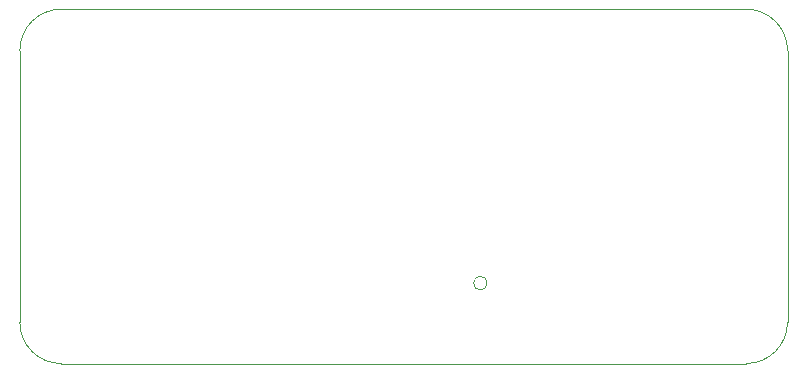
<source format=gbr>
G04 #@! TF.GenerationSoftware,KiCad,Pcbnew,(6.0.7)*
G04 #@! TF.CreationDate,2022-10-20T14:38:44-04:00*
G04 #@! TF.ProjectId,ECE477_PCB,45434534-3737-45f5-9043-422e6b696361,rev?*
G04 #@! TF.SameCoordinates,PX2daf690PY1aab7d8*
G04 #@! TF.FileFunction,Profile,NP*
%FSLAX46Y46*%
G04 Gerber Fmt 4.6, Leading zero omitted, Abs format (unit mm)*
G04 Created by KiCad (PCBNEW (6.0.7)) date 2022-10-20 14:38:44*
%MOMM*%
%LPD*%
G01*
G04 APERTURE LIST*
G04 #@! TA.AperFunction,Profile*
%ADD10C,0.100000*%
G04 #@! TD*
G04 APERTURE END LIST*
D10*
X39565000Y-23190200D02*
G75*
G03*
X39565000Y-23190200I-576000J0D01*
G01*
X0Y-3500000D02*
X0Y-26500000D01*
X3500000Y-30000000D02*
X61500000Y-30000000D01*
X61500000Y0D02*
X3500000Y0D01*
X3500000Y0D02*
G75*
G03*
X0Y-3500000I0J-3500000D01*
G01*
X65000000Y-3500000D02*
G75*
G03*
X61500000Y0I-3500000J0D01*
G01*
X65000000Y-26500000D02*
X65000000Y-3500000D01*
X61500000Y-30000000D02*
G75*
G03*
X65000000Y-26500000I0J3500000D01*
G01*
X0Y-26500000D02*
G75*
G03*
X3500000Y-30000000I3500000J0D01*
G01*
M02*

</source>
